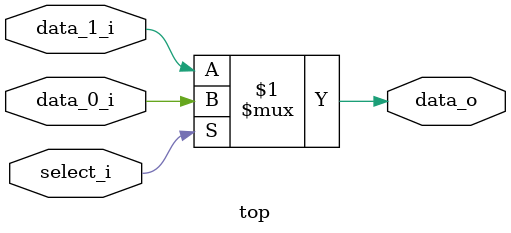
<source format=v>

module top (

  // Input data
  input      select_i,

  input      data_0_i,
  input      data_1_i,

  // Output data
  output data_o
);

  assign data_o = select_i ? data_0_i : data_1_i;

endmodule

</source>
